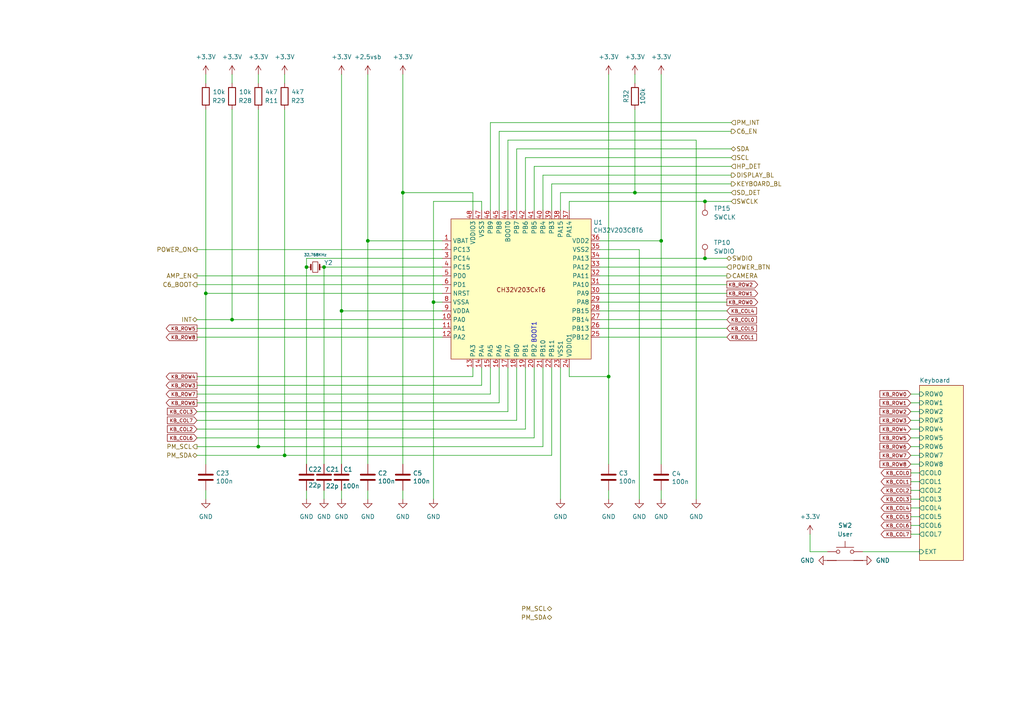
<source format=kicad_sch>
(kicad_sch (version 20231120) (generator "eeschema") (generator_version "8.0")
  (paper "A4")
  (title_block (title "WHY2025 badge") (date "2024-09-12") (rev "Prototype 2") (company "Badge.Team") (comment 1 "Copyright 2024 Nicolai Electronics") (comment 2 "License: CERN-OHL-P") (comment 3 "Untested prototype design") (comment 4 "(Work in progress!)"))
  (lib_symbols
    (symbol "Connector:TestPoint" (pin_numbers hide) (pin_names (offset 0.762) hide)
      (property "Reference" "TP" (at 0 6.858 0))
      (property "Value" "TestPoint" (at 0 5.08 0))
      (symbol "TestPoint_0_1"
        (circle (center 0 3.302) (radius 0.762))
      )
      (symbol "TestPoint_1_1"
        (pin passive line (at 0 0 90) (length 2.54) (name "1") (number "1"))
      )
    )
    (symbol "Device:C" (pin_numbers hide) (pin_names (offset 0.254))
      (property "Reference" "C" (at 0.635 2.54 0))
      (property "Value" "C" (at 0.635 -2.54 0))
      (symbol "C_0_1"
        (polyline (pts (xy -2.032 -0.762) (xy 2.032 -0.762)) (stroke (width 0.508)))
        (polyline (pts (xy -2.032 0.762) (xy 2.032 0.762)) (stroke (width 0.508)))
      )
      (symbol "C_1_1"
        (pin passive line (at 0 3.81 270) (length 2.794) (name "~") (number "1"))
        (pin passive line (at 0 -3.81 90) (length 2.794) (name "~") (number "2"))
      )
    )
    (symbol "Device:R" (pin_numbers hide) (pin_names (offset 0))
      (property "Reference" "R" (at 2.032 0 90))
      (property "Value" "R" (at 0 0 90))
      (symbol "R_0_1"
        (rectangle (start -1.016 -2.54) (end 1.016 2.54) (stroke (width 0.254)))
      )
      (symbol "R_1_1"
        (pin passive line (at 0 3.81 270) (length 1.27) (name "~") (number "1"))
        (pin passive line (at 0 -3.81 90) (length 1.27) (name "~") (number "2"))
      )
    )
    (symbol "GND_1" (power) (pin_numbers hide) (pin_names (offset 0) hide)
      (property "Value" "GND" (at 0 -3.81 0))
      (symbol "GND_1_0_1"
        (polyline (pts (xy 0 0) (xy 0 -1.27) (xy 1.27 -1.27) (xy 0 -2.54) (xy -1.27 -1.27) (xy 0 -1.27)))
      )
      (symbol "GND_1_1_1"
        (pin power_in line (at 0 0 270) (length 0) (name "~") (number "1"))
      )
    )
    (symbol "ch32v203:CH32V203CxT6"
      (property "Reference" "U" (at -19.558 21.59 0))
      (symbol "CH32V203CxT6_1_1"
        (rectangle (start -20.32 20.32) (end 20.32 -20.32) (fill (type background)))
        (text "CH32V203CxT6" (at 0 -0.254 0) (effects (font (size 1.27 1.27))))
        (pin power_in line (at -22.86 13.97 0) (length 2.54) (name "VBAT") (number "1"))
        (pin bidirectional line (at -22.86 -8.89 0) (length 2.54) (name "PA0") (number "10"))
        (pin bidirectional line (at -22.86 -11.43 0) (length 2.54) (name "PA1") (number "11"))
        (pin bidirectional line (at -22.86 -13.97 0) (length 2.54) (name "PA2") (number "12"))
        (pin bidirectional line (at -13.97 -22.86 90) (length 2.54) (name "PA3") (number "13"))
        (pin bidirectional line (at -11.43 -22.86 90) (length 2.54) (name "PA4") (number "14"))
        (pin bidirectional line (at -8.89 -22.86 90) (length 2.54) (name "PA5") (number "15"))
        (pin bidirectional line (at -6.35 -22.86 90) (length 2.54) (name "PA6") (number "16"))
        (pin bidirectional line (at -3.81 -22.86 90) (length 2.54) (name "PA7") (number "17"))
        (pin bidirectional line (at -1.27 -22.86 90) (length 2.54) (name "PB0") (number "18"))
        (pin bidirectional line (at 1.27 -22.86 90) (length 2.54) (name "PB1") (number "19"))
        (pin bidirectional line (at -22.86 11.43 0) (length 2.54) (name "PC13") (number "2"))
        (pin bidirectional line (at 3.81 -22.86 90) (length 2.54) (name "PB2") (number "20"))
        (pin bidirectional line (at 6.35 -22.86 90) (length 2.54) (name "PB10") (number "21"))
        (pin bidirectional line (at 8.89 -22.86 90) (length 2.54) (name "PB11") (number "22"))
        (pin power_in line (at 11.43 -22.86 90) (length 2.54) (name "VSS1") (number "23"))
        (pin bidirectional line (at 13.97 -22.86 90) (length 2.54) (name "VDDIO1") (number "24"))
        (pin bidirectional line (at 22.86 -13.97 180) (length 2.54) (name "PB12") (number "25"))
        (pin bidirectional line (at 22.86 -11.43 180) (length 2.54) (name "PB13") (number "26"))
        (pin bidirectional line (at 22.86 -8.89 180) (length 2.54) (name "PB14") (number "27"))
        (pin bidirectional line (at 22.86 -6.35 180) (length 2.54) (name "PB15") (number "28"))
        (pin bidirectional line (at 22.86 -3.81 180) (length 2.54) (name "PA8") (number "29"))
        (pin bidirectional line (at -22.86 8.89 0) (length 2.54) (name "PC14") (number "3"))
        (pin bidirectional line (at 22.86 -1.27 180) (length 2.54) (name "PA9") (number "30"))
        (pin bidirectional line (at 22.86 1.27 180) (length 2.54) (name "PA10") (number "31"))
        (pin bidirectional line (at 22.86 3.81 180) (length 2.54) (name "PA11") (number "32"))
        (pin bidirectional line (at 22.86 6.35 180) (length 2.54) (name "PA12") (number "33"))
        (pin bidirectional line (at 22.86 8.89 180) (length 2.54) (name "PA13") (number "34"))
        (pin power_in line (at 22.86 11.43 180) (length 2.54) (name "VSS2") (number "35"))
        (pin power_in line (at 22.86 13.97 180) (length 2.54) (name "VDD2") (number "36"))
        (pin bidirectional line (at 13.97 22.86 270) (length 2.54) (name "PA14") (number "37"))
        (pin bidirectional line (at 11.43 22.86 270) (length 2.54) (name "PA15") (number "38"))
        (pin bidirectional line (at 8.89 22.86 270) (length 2.54) (name "PB3") (number "39"))
        (pin bidirectional line (at -22.86 6.35 0) (length 2.54) (name "PC15") (number "4"))
        (pin bidirectional line (at 6.35 22.86 270) (length 2.54) (name "PB4") (number "40"))
        (pin bidirectional line (at 3.81 22.86 270) (length 2.54) (name "PB5") (number "41"))
        (pin bidirectional line (at 1.27 22.86 270) (length 2.54) (name "PB6") (number "42"))
        (pin bidirectional line (at -1.27 22.86 270) (length 2.54) (name "PB7") (number "43"))
        (pin input line (at -3.81 22.86 270) (length 2.54) (name "BOOT0") (number "44"))
        (pin bidirectional line (at -6.35 22.86 270) (length 2.54) (name "PB8") (number "45"))
        (pin bidirectional line (at -8.89 22.86 270) (length 2.54) (name "PB9") (number "46"))
        (pin power_in line (at -11.43 22.86 270) (length 2.54) (name "VSS3") (number "47"))
        (pin power_in line (at -13.97 22.86 270) (length 2.54) (name "VDDIO3") (number "48"))
        (pin bidirectional line (at -22.86 3.81 0) (length 2.54) (name "PD0") (number "5"))
        (pin bidirectional line (at -22.86 1.27 0) (length 2.54) (name "PD1") (number "6"))
        (pin input line (at -22.86 -1.27 0) (length 2.54) (name "NRST") (number "7"))
        (pin power_in line (at -22.86 -3.81 0) (length 2.54) (name "VSSA") (number "8"))
        (pin power_in line (at -22.86 -6.35 0) (length 2.54) (name "VDDA") (number "9"))
      )
    )
    (symbol "custom-power:+2.5vsb" (power) (pin_numbers hide) (pin_names (offset 0) hide)
      (property "Value" "+2.5vsb" (at 0 3.556 0))
      (symbol "+2.5vsb_0_1"
        (polyline (pts (xy -0.762 1.27) (xy 0 2.54)))
        (polyline (pts (xy 0 0) (xy 0 2.54)))
        (polyline (pts (xy 0 2.54) (xy 0.762 1.27)))
      )
      (symbol "+2.5vsb_1_1"
        (pin power_in line (at 0 0 90) (length 0) (name "~") (number "1"))
      )
    )
    (symbol "power:+3.3V" (power) (pin_names (offset 0))
      (property "Value" "+3.3V" (at 0 3.556 0))
      (symbol "+3.3V_0_1"
        (polyline (pts (xy -0.762 1.27) (xy 0 2.54)))
        (polyline (pts (xy 0 0) (xy 0 2.54)))
        (polyline (pts (xy 0 2.54) (xy 0.762 1.27)))
      )
      (symbol "+3.3V_1_1"
        (pin power_in line (at 0 0 90) (length 0) hide (name "+3.3V") (number "1"))
      )
    )
    (symbol "power:GND" (power) (pin_names (offset 0))
      (property "Value" "GND" (at 0 -3.81 0))
      (symbol "GND_0_1"
        (polyline (pts (xy 0 0) (xy 0 -1.27) (xy 1.27 -1.27) (xy 0 -2.54) (xy -1.27 -1.27) (xy 0 -1.27)))
      )
      (symbol "GND_1_1"
        (pin power_in line (at 0 0 270) (length 0) hide (name "GND") (number "1"))
      )
    )
    (symbol "pushbutton_gnd:pushbutton_gnd" (pin_numbers hide) (pin_names (offset 1.016) hide)
      (property "Reference" "SW1" (at 1.27 -3.048 90))
      (property "Value" "Power" (at -1.016 -1.27 90))
      (symbol "pushbutton_gnd_0_1"
        (circle (center -2.032 0) (radius 0.508))
        (polyline (pts (xy 0 1.27) (xy 0 3.048)))
        (polyline (pts (xy 2.54 -2.54) (xy -2.54 -2.54)))
        (polyline (pts (xy 2.54 1.27) (xy -2.54 1.27)))
        (circle (center 2.032 0) (radius 0.508))
        (pin passive line (at -5.08 0 0) (length 2.54) (name "1") (number "1"))
        (pin passive line (at 5.08 0 180) (length 2.54) (name "2") (number "2"))
      )
      (symbol "pushbutton_gnd_1_1"
        (pin passive line (at 5.08 -2.54 180) (length 2.54) (name "3") (number "3"))
        (pin passive line (at -5.08 -2.54 0) (length 2.54) (name "4") (number "4"))
      )
    )
    (symbol "symbols:C" (pin_numbers hide) (pin_names (offset 0.254))
      (property "Reference" "C" (at 0.635 2.54 0))
      (property "Value" "C" (at 0.635 -2.54 0))
      (symbol "C_0_1"
        (polyline (pts (xy -2.032 -0.762) (xy 2.032 -0.762)) (stroke (width 0.508)))
        (polyline (pts (xy -2.032 0.762) (xy 2.032 0.762)) (stroke (width 0.508)))
      )
      (symbol "C_1_1"
        (pin passive line (at 0 3.81 270) (length 2.794) (name "~") (number "1"))
        (pin passive line (at 0 -3.81 90) (length 2.794) (name "~") (number "2"))
      )
    )
    (symbol "symbols:Crystal_Small" (pin_numbers hide) (pin_names (offset 1.016) hide)
      (property "Reference" "Y" (at 0 2.54 0))
      (property "Value" "Crystal_Small" (at 0 -2.54 0))
      (symbol "Crystal_Small_0_1"
        (rectangle (start -0.762 -1.524) (end 0.762 1.524))
        (polyline (pts (xy -1.27 -0.762) (xy -1.27 0.762)) (stroke (width 0.381)))
        (polyline (pts (xy 1.27 -0.762) (xy 1.27 0.762)) (stroke (width 0.381)))
      )
      (symbol "Crystal_Small_1_1"
        (pin passive line (at -2.54 0 0) (length 1.27) (name "1") (number "1"))
        (pin passive line (at 2.54 0 180) (length 1.27) (name "2") (number "2"))
      )
    )
    (symbol "symbols:R" (pin_numbers hide) (pin_names (offset 0))
      (property "Reference" "R" (at 2.032 0 90))
      (property "Value" "R" (at 0 0 90))
      (symbol "R_0_1"
        (rectangle (start -1.016 -2.54) (end 1.016 2.54) (stroke (width 0.254)))
      )
      (symbol "R_1_1"
        (pin passive line (at 0 3.81 270) (length 1.27) (name "~") (number "1"))
        (pin passive line (at 0 -3.81 90) (length 1.27) (name "~") (number "2"))
      )
    )
  )
  (junction (at 184.15 55.88))
  (junction (at 191.77 69.85))
  (junction (at 59.69 85.09))
  (junction (at 125.73 87.63))
  (junction (at 204.47 74.93))
  (junction (at 204.47 58.42))
  (junction (at 67.31 92.71))
  (junction (at 99.06 90.17))
  (junction (at 88.9 77.47))
  (junction (at 116.84 55.88))
  (junction (at 106.68 69.85))
  (junction (at 93.98 77.47))
  (junction (at 176.53 109.22))
  (junction (at 74.93 129.54))
  (junction (at 82.55 132.08))
  (wire (pts (xy 116.84 142.24) (xy 116.84 144.78)))
  (wire (pts (xy 57.15 72.39) (xy 128.27 72.39)))
  (wire (pts (xy 165.1 58.42) (xy 204.47 58.42)))
  (wire (pts (xy 264.16 152.4) (xy 266.7 152.4)))
  (wire (pts (xy 149.86 121.92) (xy 149.86 106.68)))
  (wire (pts (xy 116.84 134.62) (xy 116.84 55.88)))
  (wire (pts (xy 93.98 77.47) (xy 93.98 134.62)))
  (wire (pts (xy 106.68 69.85) (xy 106.68 21.59)))
  (wire (pts (xy 264.16 137.16) (xy 266.7 137.16)))
  (wire (pts (xy 128.27 87.63) (xy 125.73 87.63)))
  (wire (pts (xy 212.09 43.18) (xy 149.86 43.18)))
  (wire (pts (xy 99.06 90.17) (xy 128.27 90.17)))
  (wire (pts (xy 57.15 109.22) (xy 137.16 109.22)))
  (wire (pts (xy 99.06 21.59) (xy 99.06 90.17)))
  (wire (pts (xy 93.98 142.24) (xy 93.98 144.78)))
  (wire (pts (xy 264.16 154.94) (xy 266.7 154.94)))
  (wire (pts (xy 191.77 142.24) (xy 191.77 144.78)))
  (wire (pts (xy 210.82 74.93) (xy 204.47 74.93)))
  (wire (pts (xy 191.77 21.59) (xy 191.77 69.85)))
  (wire (pts (xy 147.32 40.64) (xy 201.93 40.64)))
  (wire (pts (xy 210.82 95.25) (xy 173.99 95.25)))
  (wire (pts (xy 264.16 134.62) (xy 266.7 134.62)))
  (wire (pts (xy 210.82 90.17) (xy 173.99 90.17)))
  (wire (pts (xy 173.99 69.85) (xy 191.77 69.85)))
  (wire (pts (xy 88.9 77.47) (xy 88.9 134.62)))
  (wire (pts (xy 210.82 85.09) (xy 173.99 85.09)))
  (wire (pts (xy 142.24 35.56) (xy 212.09 35.56)))
  (wire (pts (xy 57.15 95.25) (xy 128.27 95.25)))
  (wire (pts (xy 93.98 77.47) (xy 128.27 77.47)))
  (wire (pts (xy 57.15 119.38) (xy 147.32 119.38)))
  (wire (pts (xy 176.53 21.59) (xy 176.53 109.22)))
  (wire (pts (xy 57.15 111.76) (xy 139.7 111.76)))
  (wire (pts (xy 82.55 31.75) (xy 82.55 132.08)))
  (wire (pts (xy 67.31 21.59) (xy 67.31 24.13)))
  (wire (pts (xy 162.56 55.88) (xy 162.56 60.96)))
  (wire (pts (xy 144.78 38.1) (xy 212.09 38.1)))
  (wire (pts (xy 74.93 31.75) (xy 74.93 129.54)))
  (wire (pts (xy 157.48 106.68) (xy 157.48 129.54)))
  (wire (pts (xy 160.02 53.34) (xy 160.02 60.96)))
  (wire (pts (xy 160.02 53.34) (xy 212.09 53.34)))
  (wire (pts (xy 264.16 142.24) (xy 266.7 142.24)))
  (wire (pts (xy 125.73 87.63) (xy 125.73 58.42)))
  (wire (pts (xy 144.78 60.96) (xy 144.78 38.1)))
  (wire (pts (xy 125.73 87.63) (xy 125.73 144.78)))
  (wire (pts (xy 57.15 92.71) (xy 67.31 92.71)))
  (wire (pts (xy 154.94 127) (xy 57.15 127)))
  (wire (pts (xy 264.16 114.3) (xy 266.7 114.3)))
  (wire (pts (xy 264.16 139.7) (xy 266.7 139.7)))
  (wire (pts (xy 139.7 106.68) (xy 139.7 111.76)))
  (wire (pts (xy 264.16 129.54) (xy 266.7 129.54)))
  (wire (pts (xy 74.93 21.59) (xy 74.93 24.13)))
  (wire (pts (xy 210.82 92.71) (xy 173.99 92.71)))
  (wire (pts (xy 176.53 142.24) (xy 176.53 144.78)))
  (wire (pts (xy 201.93 40.64) (xy 201.93 144.78)))
  (wire (pts (xy 106.68 142.24) (xy 106.68 144.78)))
  (wire (pts (xy 142.24 106.68) (xy 142.24 114.3)))
  (wire (pts (xy 67.31 92.71) (xy 128.27 92.71)))
  (wire (pts (xy 149.86 43.18) (xy 149.86 60.96)))
  (wire (pts (xy 139.7 60.96) (xy 139.7 58.42)))
  (wire (pts (xy 106.68 134.62) (xy 106.68 69.85)))
  (wire (pts (xy 106.68 69.85) (xy 128.27 69.85)))
  (wire (pts (xy 125.73 58.42) (xy 139.7 58.42)))
  (wire (pts (xy 165.1 106.68) (xy 165.1 109.22)))
  (wire (pts (xy 57.15 129.54) (xy 74.93 129.54)))
  (wire (pts (xy 154.94 48.26) (xy 212.09 48.26)))
  (wire (pts (xy 173.99 80.01) (xy 210.82 80.01)))
  (wire (pts (xy 57.15 132.08) (xy 82.55 132.08)))
  (wire (pts (xy 264.16 144.78) (xy 266.7 144.78)))
  (wire (pts (xy 116.84 55.88) (xy 137.16 55.88)))
  (wire (pts (xy 264.16 121.92) (xy 266.7 121.92)))
  (wire (pts (xy 184.15 55.88) (xy 212.09 55.88)))
  (wire (pts (xy 184.15 21.59) (xy 184.15 24.13)))
  (wire (pts (xy 250.19 160.02) (xy 266.7 160.02)))
  (wire (pts (xy 204.47 58.42) (xy 212.09 58.42)))
  (wire (pts (xy 176.53 109.22) (xy 176.53 134.62)))
  (wire (pts (xy 57.15 82.55) (xy 128.27 82.55)))
  (wire (pts (xy 59.69 85.09) (xy 59.69 134.62)))
  (wire (pts (xy 165.1 109.22) (xy 176.53 109.22)))
  (wire (pts (xy 212.09 45.72) (xy 152.4 45.72)))
  (wire (pts (xy 152.4 106.68) (xy 152.4 124.46)))
  (wire (pts (xy 185.42 72.39) (xy 173.99 72.39)))
  (wire (pts (xy 234.95 154.94) (xy 234.95 160.02)))
  (wire (pts (xy 59.69 85.09) (xy 128.27 85.09)))
  (wire (pts (xy 67.31 31.75) (xy 67.31 92.71)))
  (wire (pts (xy 185.42 72.39) (xy 185.42 144.78)))
  (wire (pts (xy 210.82 82.55) (xy 173.99 82.55)))
  (wire (pts (xy 173.99 77.47) (xy 210.82 77.47)))
  (wire (pts (xy 154.94 60.96) (xy 154.94 48.26)))
  (wire (pts (xy 204.47 74.93) (xy 173.99 74.93)))
  (wire (pts (xy 162.56 144.78) (xy 162.56 106.68)))
  (wire (pts (xy 264.16 149.86) (xy 266.7 149.86)))
  (wire (pts (xy 210.82 87.63) (xy 173.99 87.63)))
  (wire (pts (xy 160.02 106.68) (xy 160.02 132.08)))
  (wire (pts (xy 116.84 21.59) (xy 116.84 55.88)))
  (wire (pts (xy 74.93 129.54) (xy 157.48 129.54)))
  (wire (pts (xy 264.16 132.08) (xy 266.7 132.08)))
  (wire (pts (xy 264.16 127) (xy 266.7 127)))
  (wire (pts (xy 184.15 55.88) (xy 162.56 55.88)))
  (wire (pts (xy 57.15 97.79) (xy 128.27 97.79)))
  (wire (pts (xy 147.32 106.68) (xy 147.32 119.38)))
  (wire (pts (xy 264.16 147.32) (xy 266.7 147.32)))
  (wire (pts (xy 210.82 97.79) (xy 173.99 97.79)))
  (wire (pts (xy 264.16 116.84) (xy 266.7 116.84)))
  (wire (pts (xy 57.15 114.3) (xy 142.24 114.3)))
  (wire (pts (xy 99.06 142.24) (xy 99.06 144.78)))
  (wire (pts (xy 152.4 124.46) (xy 57.15 124.46)))
  (wire (pts (xy 82.55 132.08) (xy 160.02 132.08)))
  (wire (pts (xy 264.16 124.46) (xy 266.7 124.46)))
  (wire (pts (xy 59.69 21.59) (xy 59.69 24.13)))
  (wire (pts (xy 137.16 106.68) (xy 137.16 109.22)))
  (wire (pts (xy 88.9 74.93) (xy 88.9 77.47)))
  (wire (pts (xy 147.32 40.64) (xy 147.32 60.96)))
  (wire (pts (xy 154.94 106.68) (xy 154.94 127)))
  (wire (pts (xy 234.95 160.02) (xy 240.03 160.02)))
  (wire (pts (xy 57.15 116.84) (xy 144.78 116.84)))
  (wire (pts (xy 88.9 142.24) (xy 88.9 144.78)))
  (wire (pts (xy 99.06 90.17) (xy 99.06 134.62)))
  (wire (pts (xy 59.69 31.75) (xy 59.69 85.09)))
  (wire (pts (xy 144.78 106.68) (xy 144.78 116.84)))
  (wire (pts (xy 142.24 60.96) (xy 142.24 35.56)))
  (wire (pts (xy 57.15 80.01) (xy 128.27 80.01)))
  (wire (pts (xy 191.77 69.85) (xy 191.77 134.62)))
  (wire (pts (xy 157.48 50.8) (xy 157.48 60.96)))
  (wire (pts (xy 165.1 60.96) (xy 165.1 58.42)))
  (wire (pts (xy 137.16 55.88) (xy 137.16 60.96)))
  (wire (pts (xy 82.55 21.59) (xy 82.55 24.13)))
  (wire (pts (xy 57.15 121.92) (xy 149.86 121.92)))
  (wire (pts (xy 264.16 119.38) (xy 266.7 119.38)))
  (wire (pts (xy 152.4 45.72) (xy 152.4 60.96)))
  (wire (pts (xy 59.69 142.24) (xy 59.69 144.78)))
  (wire (pts (xy 88.9 74.93) (xy 128.27 74.93)))
  (wire (pts (xy 212.09 50.8) (xy 157.48 50.8)))
  (wire (pts (xy 184.15 31.75) (xy 184.15 55.88)))
  (text "BOOT1" (at 154.94 96.52 90) (effects (font (size 1.27 1.27))))
  (global_label "KB_COL3" (shape input) (at 57.15 119.38 180) (effects (font (size 1.016 1.016))) (property "Intersheetrefs" "${INTERSHEET_REFS}" (effects (hide yes))))
  (global_label "KB_ROW6" (shape output) (at 57.15 116.84 180) (effects (font (size 1.016 1.016))) (property "Intersheetrefs" "${INTERSHEET_REFS}" (effects (hide yes))))
  (global_label "KB_COL6" (shape input) (at 57.15 127 180) (effects (font (size 1.016 1.016))) (property "Intersheetrefs" "${INTERSHEET_REFS}" (effects (hide yes))))
  (global_label "KB_COL7" (shape output) (at 264.16 154.94 180) (effects (font (size 1.016 1.016))) (property "Intersheetrefs" "${INTERSHEET_REFS}" (effects (hide yes))))
  (global_label "KB_COL1" (shape input) (at 210.82 97.79 0) (effects (font (size 1.016 1.016))) (property "Intersheetrefs" "${INTERSHEET_REFS}" (effects (hide yes))))
  (global_label "KB_ROW7" (shape input) (at 264.16 132.08 180) (effects (font (size 1.016 1.016))) (property "Intersheetrefs" "${INTERSHEET_REFS}" (effects (hide yes))))
  (global_label "KB_ROW3" (shape output) (at 57.15 111.76 180) (effects (font (size 1.016 1.016))) (property "Intersheetrefs" "${INTERSHEET_REFS}" (effects (hide yes))))
  (global_label "KB_ROW5" (shape input) (at 264.16 127 180) (effects (font (size 1.016 1.016))) (property "Intersheetrefs" "${INTERSHEET_REFS}" (effects (hide yes))))
  (global_label "KB_ROW7" (shape output) (at 57.15 114.3 180) (effects (font (size 1.016 1.016))) (property "Intersheetrefs" "${INTERSHEET_REFS}" (effects (hide yes))))
  (global_label "KB_COL6" (shape output) (at 264.16 152.4 180) (effects (font (size 1.016 1.016))) (property "Intersheetrefs" "${INTERSHEET_REFS}" (effects (hide yes))))
  (global_label "KB_ROW1" (shape input) (at 264.16 116.84 180) (effects (font (size 1.016 1.016))) (property "Intersheetrefs" "${INTERSHEET_REFS}" (effects (hide yes))))
  (global_label "KB_COL3" (shape output) (at 264.16 144.78 180) (effects (font (size 1.016 1.016))) (property "Intersheetrefs" "${INTERSHEET_REFS}" (effects (hide yes))))
  (global_label "KB_ROW1" (shape output) (at 210.82 85.09 0) (effects (font (size 1.016 1.016))) (property "Intersheetrefs" "${INTERSHEET_REFS}" (effects (hide yes))))
  (global_label "KB_ROW5" (shape output) (at 57.15 95.25 180) (effects (font (size 1.016 1.016))) (property "Intersheetrefs" "${INTERSHEET_REFS}" (effects (hide yes))))
  (global_label "KB_ROW3" (shape input) (at 264.16 121.92 180) (effects (font (size 1.016 1.016))) (property "Intersheetrefs" "${INTERSHEET_REFS}" (effects (hide yes))))
  (global_label "KB_ROW4" (shape input) (at 264.16 124.46 180) (effects (font (size 1.016 1.016))) (property "Intersheetrefs" "${INTERSHEET_REFS}" (effects (hide yes))))
  (global_label "KB_COL2" (shape output) (at 264.16 142.24 180) (effects (font (size 1.016 1.016))) (property "Intersheetrefs" "${INTERSHEET_REFS}" (effects (hide yes))))
  (global_label "KB_COL4" (shape output) (at 264.16 147.32 180) (effects (font (size 1.016 1.016))) (property "Intersheetrefs" "${INTERSHEET_REFS}" (effects (hide yes))))
  (global_label "KB_COL5" (shape input) (at 210.82 95.25 0) (effects (font (size 1.016 1.016))) (property "Intersheetrefs" "${INTERSHEET_REFS}" (effects (hide yes))))
  (global_label "KB_ROW0" (shape output) (at 210.82 87.63 0) (effects (font (size 1.016 1.016))) (property "Intersheetrefs" "${INTERSHEET_REFS}" (effects (hide yes))))
  (global_label "KB_COL1" (shape output) (at 264.16 139.7 180) (effects (font (size 1.016 1.016))) (property "Intersheetrefs" "${INTERSHEET_REFS}" (effects (hide yes))))
  (global_label "KB_ROW4" (shape output) (at 57.15 109.22 180) (effects (font (size 1.016 1.016))) (property "Intersheetrefs" "${INTERSHEET_REFS}" (effects (hide yes))))
  (global_label "KB_ROW8" (shape input) (at 264.16 134.62 180) (effects (font (size 1.016 1.016))) (property "Intersheetrefs" "${INTERSHEET_REFS}" (effects (hide yes))))
  (global_label "KB_ROW0" (shape input) (at 264.16 114.3 180) (effects (font (size 1.016 1.016))) (property "Intersheetrefs" "${INTERSHEET_REFS}" (effects (hide yes))))
  (global_label "KB_ROW6" (shape input) (at 264.16 129.54 180) (effects (font (size 1.016 1.016))) (property "Intersheetrefs" "${INTERSHEET_REFS}" (effects (hide yes))))
  (global_label "KB_ROW2" (shape output) (at 210.82 82.55 0) (effects (font (size 1.016 1.016))) (property "Intersheetrefs" "${INTERSHEET_REFS}" (effects (hide yes))))
  (global_label "KB_COL0" (shape input) (at 210.82 92.71 0) (effects (font (size 1.016 1.016))) (property "Intersheetrefs" "${INTERSHEET_REFS}" (effects (hide yes))))
  (global_label "KB_COL2" (shape input) (at 57.15 124.46 180) (effects (font (size 1.016 1.016))) (property "Intersheetrefs" "${INTERSHEET_REFS}" (effects (hide yes))))
  (global_label "KB_COL5" (shape output) (at 264.16 149.86 180) (effects (font (size 1.016 1.016))) (property "Intersheetrefs" "${INTERSHEET_REFS}" (effects (hide yes))))
  (global_label "KB_COL4" (shape input) (at 210.82 90.17 0) (effects (font (size 1.016 1.016))) (property "Intersheetrefs" "${INTERSHEET_REFS}" (effects (hide yes))))
  (global_label "KB_ROW2" (shape input) (at 264.16 119.38 180) (effects (font (size 1.016 1.016))) (property "Intersheetrefs" "${INTERSHEET_REFS}" (effects (hide yes))))
  (global_label "KB_COL0" (shape output) (at 264.16 137.16 180) (effects (font (size 1.016 1.016))) (property "Intersheetrefs" "${INTERSHEET_REFS}" (effects (hide yes))))
  (global_label "KB_COL7" (shape input) (at 57.15 121.92 180) (effects (font (size 1.016 1.016))) (property "Intersheetrefs" "${INTERSHEET_REFS}" (effects (hide yes))))
  (global_label "KB_ROW8" (shape output) (at 57.15 97.79 180) (effects (font (size 1.016 1.016))) (property "Intersheetrefs" "${INTERSHEET_REFS}" (effects (hide yes))))
  (hierarchical_label "POWER_BTN" (shape input) (at 210.82 77.47 0))
  (hierarchical_label "SCL" (shape input) (at 212.09 45.72 0))
  (hierarchical_label "SDA" (shape bidirectional) (at 212.09 43.18 0))
  (hierarchical_label "KEYBOARD_BL" (shape output) (at 212.09 53.34 0))
  (hierarchical_label "SWDIO" (shape bidirectional) (at 210.82 74.93 0))
  (hierarchical_label "AMP_EN" (shape output) (at 57.15 80.01 180))
  (hierarchical_label "CAMERA" (shape output) (at 210.82 80.01 0))
  (hierarchical_label "INT" (shape bidirectional) (at 57.15 92.71 180))
  (hierarchical_label "DISPLAY_BL" (shape output) (at 212.09 50.8 0))
  (hierarchical_label "C6_EN" (shape output) (at 212.09 38.1 0))
  (hierarchical_label "POWER_ON" (shape output) (at 57.15 72.39 180))
  (hierarchical_label "PM_INT" (shape input) (at 212.09 35.56 0))
  (hierarchical_label "C6_BOOT" (shape output) (at 57.15 82.55 180))
  (hierarchical_label "HP_DET" (shape input) (at 212.09 48.26 0))
  (hierarchical_label "SWCLK" (shape input) (at 212.09 58.42 0))
  (hierarchical_label "PM_SCL" (shape output) (at 57.15 129.54 180))
  (hierarchical_label "PM_SCL" (shape bidirectional) (at 160.02 176.53 180))
  (hierarchical_label "PM_SDA" (shape bidirectional) (at 57.15 132.08 180))
  (hierarchical_label "PM_SDA" (shape bidirectional) (at 160.02 179.07 180))
  (hierarchical_label "SD_DET" (shape input) (at 212.09 55.88 0))
  (symbol (lib_id "Connector:TestPoint") (at 204.47 58.42 180) (unit 1) (in_bom no)
    (property "Reference" "TP15" (at 207.01 60.4519 0) (effects (justify right)))
    (property "Value" "SWCLK" (at 207.01 62.9919 0) (effects (justify right)))
    (property "Footprint" "TestPoint:TestPoint_Pad_1.0x1.0mm" (effects (hide yes)))
    (property "Datasheet" "-" (effects (hide yes)))
    (property "Description" "test point" (effects (hide yes)))
  )
  (symbol (lib_id "symbols:C") (at 191.77 138.43 0) (unit 1)
    (property "Reference" "C4" (at 194.818 137.414 0) (effects (justify left)))
    (property "Value" "100n" (at 194.818 139.7254 0) (effects (justify left)))
    (property "Footprint" "Capacitor_SMD:C_0402_1005Metric" (effects (hide yes)))
    (property "Datasheet" "https://datasheet.lcsc.com/lcsc/2304140030_Samsung-Electro-Mechanics-CL05B104KB54PNC_C307331.pdf" (effects (hide yes)))
    (property "LCSC" "C307331" (effects (hide yes)))
  )
  (symbol (lib_id "power:GND") (at 191.77 144.78 0) (unit 1)
    (property "Reference" "#PWR04" (effects (hide yes)))
    (property "Value" "GND" (at 191.77 149.86 0))
    (property "Description" "Power symbol creates a global label with name \"GND\" , ground" (effects (hide yes)))
  )
  (symbol (lib_id "custom-power:+2.5vsb") (at 106.68 21.59 0) (unit 1)
    (property "Reference" "#PWR083" (effects (hide yes)))
    (property "Value" "+2.5vsb" (at 106.68 16.51 0))
    (property "Description" "Power symbol creates a global label with name \"+2.5vsb\"" (effects (hide yes)))
  )
  (symbol (lib_id "power:+3.3V") (at 82.55 21.59 0) (unit 1)
    (property "Reference" "#PWR069" (effects (hide yes)))
    (property "Value" "+3.3V" (at 82.55 16.51 0))
    (property "Description" "Power symbol creates a global label with name \"+3.3V\"" (effects (hide yes)))
  )
  (symbol (lib_id "power:+3.3V") (at 116.84 21.59 0) (unit 1)
    (property "Reference" "#PWR03" (effects (hide yes)))
    (property "Value" "+3.3V" (at 116.84 16.51 0))
    (property "Description" "Power symbol creates a global label with name \"+3.3V\"" (effects (hide yes)))
  )
  (symbol (lib_id "power:+3.3V") (at 176.53 21.59 0) (unit 1)
    (property "Reference" "#PWR0100" (effects (hide yes)))
    (property "Value" "+3.3V" (at 176.53 16.51 0))
    (property "Description" "Power symbol creates a global label with name \"+3.3V\"" (effects (hide yes)))
  )
  (symbol (lib_id "symbols:C") (at 116.84 138.43 0) (unit 1)
    (property "Reference" "C5" (at 119.761 137.2616 0) (effects (justify left)))
    (property "Value" "100n" (at 119.761 139.573 0) (effects (justify left)))
    (property "Footprint" "Capacitor_SMD:C_0402_1005Metric" (effects (hide yes)))
    (property "Datasheet" "https://datasheet.lcsc.com/lcsc/2304140030_Samsung-Electro-Mechanics-CL05B104KB54PNC_C307331.pdf" (effects (hide yes)))
    (property "LCSC" "C307331" (effects (hide yes)))
  )
  (symbol (lib_id "power:GND") (at 93.98 144.78 0) (unit 1)
    (property "Reference" "#PWR098" (effects (hide yes)))
    (property "Value" "GND" (at 93.98 149.86 0))
    (property "Description" "Power symbol creates a global label with name \"GND\" , ground" (effects (hide yes)))
  )
  (symbol (lib_name "GND_1") (lib_id "power:GND") (at 201.93 144.78 0) (unit 1)
    (property "Reference" "#PWR045" (effects (hide yes)))
    (property "Value" "GND" (at 201.93 149.86 0))
    (property "Description" "Power symbol creates a global label with name \"GND\" , ground" (effects (hide yes)))
  )
  (symbol (lib_id "ch32v203:CH32V203CxT6") (at 151.13 83.82 0) (unit 1)
    (property "Reference" "U1" (at 173.482 64.516 0))
    (property "Value" "CH32V203C8T6" (at 179.324 66.802 0))
    (property "Footprint" "Package_QFP:LQFP-48_7x7mm_P0.5mm" (effects (hide yes)))
    (property "Datasheet" "https://datasheet.lcsc.com/lcsc/2403131350_WCH-Jiangsu-Qin-Heng-CH32V203C8T6_C3001172.pdf" (effects (hide yes)))
    (property "LCSC" "C3001172" (effects (hide yes)))
  )
  (symbol (lib_id "power:+3.3V") (at 191.77 21.59 0) (unit 1)
    (property "Reference" "#PWR07" (effects (hide yes)))
    (property "Value" "+3.3V" (at 191.77 16.51 0))
    (property "Description" "Power symbol creates a global label with name \"+3.3V\"" (effects (hide yes)))
  )
  (symbol (lib_id "power:+3.3V") (at 74.93 21.59 0) (unit 1)
    (property "Reference" "#PWR068" (effects (hide yes)))
    (property "Value" "+3.3V" (at 74.93 16.51 0))
    (property "Description" "Power symbol creates a global label with name \"+3.3V\"" (effects (hide yes)))
  )
  (symbol (lib_id "symbols:R") (at 82.55 27.94 0) (mirror y) (unit 1)
    (property "Reference" "R23" (at 86.36 29.21 0))
    (property "Value" "4k7" (at 86.36 26.67 0))
    (property "Footprint" "Resistor_SMD:R_0402_1005Metric" (effects (hide yes)))
    (property "Datasheet" "https://datasheet.lcsc.com/lcsc/2110260030_UNI-ROYAL-Uniroyal-Elec-0402WGF4701TCE_C25900.pdf" (effects (hide yes)))
    (property "LCSC" "C25900" (effects (hide yes)))
  )
  (symbol (lib_id "symbols:C") (at 106.68 138.43 0) (unit 1)
    (property "Reference" "C2" (at 109.601 137.2616 0) (effects (justify left)))
    (property "Value" "100n" (at 109.601 139.573 0) (effects (justify left)))
    (property "Footprint" "Capacitor_SMD:C_0402_1005Metric" (effects (hide yes)))
    (property "Datasheet" "https://datasheet.lcsc.com/lcsc/2304140030_Samsung-Electro-Mechanics-CL05B104KB54PNC_C307331.pdf" (effects (hide yes)))
    (property "LCSC" "C307331" (effects (hide yes)))
  )
  (symbol (lib_id "power:GND") (at 185.42 144.78 0) (unit 1)
    (property "Reference" "#PWR08" (effects (hide yes)))
    (property "Value" "GND" (at 185.42 149.86 0))
    (property "Description" "Power symbol creates a global label with name \"GND\" , ground" (effects (hide yes)))
  )
  (symbol (lib_id "Device:C") (at 88.9 138.43 0) (unit 1)
    (property "Reference" "C22" (at 89.408 136.144 0) (effects (justify left)))
    (property "Value" "22p" (at 89.408 140.716 0) (effects (justify left)))
    (property "Footprint" "Capacitor_SMD:C_0402_1005Metric" (effects (hide yes)))
    (property "Datasheet" "https://datasheet.lcsc.com/lcsc/2304140030_FH--Guangdong-Fenghua-Advanced-Tech-0402CG220J500NT_C1555.pdf" (effects (hide yes)))
    (property "LCSC" "C1555" (effects (hide yes)))
  )
  (symbol (lib_id "Device:C") (at 93.98 138.43 0) (unit 1)
    (property "Reference" "C21" (at 94.488 136.144 0) (effects (justify left)))
    (property "Value" "22p" (at 94.488 140.97 0) (effects (justify left)))
    (property "Footprint" "Capacitor_SMD:C_0402_1005Metric" (effects (hide yes)))
    (property "Datasheet" "https://datasheet.lcsc.com/lcsc/2304140030_FH--Guangdong-Fenghua-Advanced-Tech-0402CG220J500NT_C1555.pdf" (effects (hide yes)))
    (property "LCSC" "C1555" (effects (hide yes)))
  )
  (symbol (lib_id "power:GND") (at 59.69 144.78 0) (unit 1)
    (property "Reference" "#PWR091" (effects (hide yes)))
    (property "Value" "GND" (at 59.69 149.86 0))
    (property "Description" "Power symbol creates a global label with name \"GND\" , ground" (effects (hide yes)))
  )
  (symbol (lib_id "symbols:C") (at 176.53 138.43 0) (unit 1)
    (property "Reference" "C3" (at 179.451 137.2616 0) (effects (justify left)))
    (property "Value" "100n" (at 179.451 139.573 0) (effects (justify left)))
    (property "Footprint" "Capacitor_SMD:C_0402_1005Metric" (effects (hide yes)))
    (property "Datasheet" "https://datasheet.lcsc.com/lcsc/2304140030_Samsung-Electro-Mechanics-CL05B104KB54PNC_C307331.pdf" (effects (hide yes)))
    (property "LCSC" "C307331" (effects (hide yes)))
  )
  (symbol (lib_id "symbols:C") (at 99.06 138.43 0) (unit 1)
    (property "Reference" "C1" (at 99.568 136.144 0) (effects (justify left)))
    (property "Value" "100n" (at 99.314 140.97 0) (effects (justify left)))
    (property "Footprint" "Capacitor_SMD:C_0402_1005Metric" (effects (hide yes)))
    (property "Datasheet" "https://datasheet.lcsc.com/lcsc/2304140030_Samsung-Electro-Mechanics-CL05B104KB54PNC_C307331.pdf" (effects (hide yes)))
    (property "LCSC" "C307331" (effects (hide yes)))
  )
  (symbol (lib_id "pushbutton_gnd:pushbutton_gnd") (at 245.11 160.02 0) (unit 1)
    (property "Reference" "SW2" (at 245.11 152.4 0))
    (property "Value" "User" (at 245.11 154.94 0))
    (property "Footprint" "library:KEY-TH_TC-1101V-C-A-W" (effects (hide yes)))
    (property "Datasheet" "https://www.lcsc.com/product-detail/Tactile-Switches_XKB-Connection-TC-1101V-C-A-W_C318992.html" (effects (hide yes)))
    (property "Description" "User button" (effects (hide yes)))
    (property "LCSC" "C318992" (effects (hide yes)))
  )
  (symbol (lib_name "GND_1") (lib_id "power:GND") (at 250.19 162.56 90) (unit 1)
    (property "Reference" "#PWR077" (effects (hide yes)))
    (property "Value" "GND" (at 254 162.5599 90) (effects (justify right)))
    (property "Description" "Power symbol creates a global label with name \"GND\" , ground" (effects (hide yes)))
  )
  (symbol (lib_id "power:GND") (at 116.84 144.78 0) (unit 1)
    (property "Reference" "#PWR085" (effects (hide yes)))
    (property "Value" "GND" (at 116.84 149.86 0))
    (property "Description" "Power symbol creates a global label with name \"GND\" , ground" (effects (hide yes)))
  )
  (symbol (lib_id "power:GND") (at 88.9 144.78 0) (unit 1)
    (property "Reference" "#PWR052" (effects (hide yes)))
    (property "Value" "GND" (at 88.9 149.86 0))
    (property "Description" "Power symbol creates a global label with name \"GND\" , ground" (effects (hide yes)))
  )
  (symbol (lib_id "power:GND") (at 99.06 144.78 0) (unit 1)
    (property "Reference" "#PWR06" (effects (hide yes)))
    (property "Value" "GND" (at 99.06 149.86 0))
    (property "Description" "Power symbol creates a global label with name \"GND\" , ground" (effects (hide yes)))
  )
  (symbol (lib_id "power:GND") (at 106.68 144.78 0) (unit 1)
    (property "Reference" "#PWR084" (effects (hide yes)))
    (property "Value" "GND" (at 106.68 149.86 0))
    (property "Description" "Power symbol creates a global label with name \"GND\" , ground" (effects (hide yes)))
  )
  (symbol (lib_id "power:GND") (at 176.53 144.78 0) (unit 1)
    (property "Reference" "#PWR099" (effects (hide yes)))
    (property "Value" "GND" (at 176.53 149.86 0))
    (property "Description" "Power symbol creates a global label with name \"GND\" , ground" (effects (hide yes)))
  )
  (symbol (lib_id "power:+3.3V") (at 184.15 21.59 0) (unit 1)
    (property "Reference" "#PWR093" (effects (hide yes)))
    (property "Value" "+3.3V" (at 184.15 16.51 0))
    (property "Description" "Power symbol creates a global label with name \"+3.3V\"" (effects (hide yes)))
  )
  (symbol (lib_id "symbols:R") (at 74.93 27.94 0) (mirror y) (unit 1)
    (property "Reference" "R11" (at 78.74 29.21 0))
    (property "Value" "4k7" (at 78.74 26.67 0))
    (property "Footprint" "Resistor_SMD:R_0402_1005Metric" (effects (hide yes)))
    (property "Datasheet" "https://datasheet.lcsc.com/lcsc/2110260030_UNI-ROYAL-Uniroyal-Elec-0402WGF4701TCE_C25900.pdf" (effects (hide yes)))
    (property "LCSC" "C25900" (effects (hide yes)))
  )
  (symbol (lib_id "power:+3.3V") (at 67.31 21.59 0) (unit 1)
    (property "Reference" "#PWR030" (effects (hide yes)))
    (property "Value" "+3.3V" (at 67.31 16.51 0))
    (property "Description" "Power symbol creates a global label with name \"+3.3V\"" (effects (hide yes)))
  )
  (symbol (lib_id "power:GND") (at 125.73 144.78 0) (unit 1)
    (property "Reference" "#PWR01" (effects (hide yes)))
    (property "Value" "GND" (at 125.73 149.86 0))
    (property "Description" "Power symbol creates a global label with name \"GND\" , ground" (effects (hide yes)))
  )
  (symbol (lib_id "power:+3.3V") (at 99.06 21.59 0) (unit 1)
    (property "Reference" "#PWR02" (effects (hide yes)))
    (property "Value" "+3.3V" (at 99.06 16.51 0))
    (property "Description" "Power symbol creates a global label with name \"+3.3V\"" (effects (hide yes)))
  )
  (symbol (lib_id "symbols:R") (at 59.69 27.94 0) (mirror y) (unit 1)
    (property "Reference" "R29" (at 63.5 29.21 0))
    (property "Value" "10k" (at 63.5 26.67 0))
    (property "Footprint" "Resistor_SMD:R_0402_1005Metric" (effects (hide yes)))
    (property "Datasheet" "https://datasheet.lcsc.com/lcsc/2304140030_YAGEO-RC0402FR-0710KL_C60490.pdf" (effects (hide yes)))
    (property "LCSC" "C60490" (effects (hide yes)))
  )
  (symbol (lib_id "power:+3.3V") (at 59.69 21.59 0) (unit 1)
    (property "Reference" "#PWR033" (effects (hide yes)))
    (property "Value" "+3.3V" (at 59.69 16.51 0))
    (property "Description" "Power symbol creates a global label with name \"+3.3V\"" (effects (hide yes)))
  )
  (symbol (lib_id "power:+3.3V") (at 234.95 154.94 0) (unit 1)
    (property "Reference" "#PWR0183" (effects (hide yes)))
    (property "Value" "+3.3V" (at 234.95 149.86 0))
    (property "Description" "Power symbol creates a global label with name \"+3.3V\"" (effects (hide yes)))
  )
  (symbol (lib_id "Connector:TestPoint") (at 204.47 74.93 0) (unit 1) (in_bom no)
    (property "Reference" "TP10" (at 207.01 70.3579 0) (effects (justify left)))
    (property "Value" "SWDIO" (at 207.01 72.8979 0) (effects (justify left)))
    (property "Footprint" "TestPoint:TestPoint_Pad_1.0x1.0mm" (effects (hide yes)))
    (property "Datasheet" "-" (effects (hide yes)))
    (property "Description" "test point" (effects (hide yes)))
  )
  (symbol (lib_name "GND_1") (lib_id "power:GND") (at 240.03 162.56 270) (unit 1)
    (property "Reference" "#PWR0102" (effects (hide yes)))
    (property "Value" "GND" (at 236.22 162.5599 90) (effects (justify right)))
    (property "Description" "Power symbol creates a global label with name \"GND\" , ground" (effects (hide yes)))
  )
  (symbol (lib_id "power:GND") (at 162.56 144.78 0) (unit 1)
    (property "Reference" "#PWR05" (effects (hide yes)))
    (property "Value" "GND" (at 162.56 149.86 0))
    (property "Description" "Power symbol creates a global label with name \"GND\" , ground" (effects (hide yes)))
  )
  (symbol (lib_id "symbols:R") (at 67.31 27.94 0) (mirror y) (unit 1)
    (property "Reference" "R28" (at 71.12 29.21 0))
    (property "Value" "10k" (at 71.12 26.67 0))
    (property "Footprint" "Resistor_SMD:R_0402_1005Metric" (effects (hide yes)))
    (property "Datasheet" "https://datasheet.lcsc.com/lcsc/2304140030_YAGEO-RC0402FR-0710KL_C60490.pdf" (effects (hide yes)))
    (property "LCSC" "C60490" (effects (hide yes)))
  )
  (symbol (lib_id "Device:R") (at 184.15 27.94 180) (unit 1)
    (property "Reference" "R32" (at 181.61 27.94 90))
    (property "Value" "100k" (at 186.436 27.94 90))
    (property "Footprint" "Resistor_SMD:R_0402_1005Metric" (effects (hide yes)))
    (property "Datasheet" "https://datasheet.lcsc.com/lcsc/2110260030_UNI-ROYAL-Uniroyal-Elec-0402WGF1003TCE_C25741.pdf" (effects (hide yes)))
    (property "LCSC" "C25741" (effects (hide yes)))
  )
  (symbol (lib_id "symbols:Crystal_Small") (at 91.44 77.47 180) (unit 1)
    (property "Reference" "Y2" (at 93.98 76.2 0) (effects (justify right)))
    (property "Value" "32.768KHz" (at 88.138 73.914 0) (effects (font (size 0.8 0.8)) (justify right)))
    (property "Footprint" "Crystal:Crystal_SMD_3215-2Pin_3.2x1.5mm" (effects (hide yes)))
    (property "Datasheet" "https://datasheet.lcsc.com/lcsc/2303071500_Seiko-Epson-Q13FC1350004900_C95361.pdf" (effects (hide yes)))
    (property "Description" "Q13FC1350004900" (effects (hide yes)))
    (property "LCSC" "C95361" (effects (hide yes)))
  )
  (symbol (lib_id "symbols:C") (at 59.69 138.43 0) (unit 1)
    (property "Reference" "C23" (at 62.611 137.2616 0) (effects (justify left)))
    (property "Value" "100n" (at 62.611 139.573 0) (effects (justify left)))
    (property "Footprint" "Capacitor_SMD:C_0402_1005Metric" (effects (hide yes)))
    (property "Datasheet" "https://datasheet.lcsc.com/lcsc/2304140030_Samsung-Electro-Mechanics-CL05B104KB54PNC_C307331.pdf" (effects (hide yes)))
    (property "LCSC" "C307331" (effects (hide yes)))
  )
  (sheet (at 266.7 111.76) (size 12.7 50.8) (stroke (width 0.1524)) (fill (color 255 255 194 1.0000))
    (property "Sheetname" "Keyboard" (at 266.7 111.0484 0) (effects (justify left bottom)))
    (property "Sheetfile" "keyboard_matrix.kicad_sch" (effects (hide yes)))
    (pin "ROW0" input (at 266.7 114.3 180))
    (pin "ROW5" input (at 266.7 127 180))
    (pin "ROW8" input (at 266.7 134.62 180))
    (pin "ROW4" input (at 266.7 124.46 180))
    (pin "ROW3" input (at 266.7 121.92 180))
    (pin "ROW6" input (at 266.7 129.54 180))
    (pin "ROW7" input (at 266.7 132.08 180))
    (pin "ROW1" input (at 266.7 116.84 180))
    (pin "ROW2" input (at 266.7 119.38 180))
    (pin "COL2" output (at 266.7 142.24 180))
    (pin "COL3" output (at 266.7 144.78 180))
    (pin "COL0" output (at 266.7 137.16 180))
    (pin "COL1" output (at 266.7 139.7 180))
    (pin "COL4" output (at 266.7 147.32 180))
    (pin "COL7" output (at 266.7 154.94 180))
    (pin "COL5" output (at 266.7 149.86 180))
    (pin "COL6" output (at 266.7 152.4 180))
    (pin "EXT" input (at 266.7 160.02 180))
  )
)
</source>
